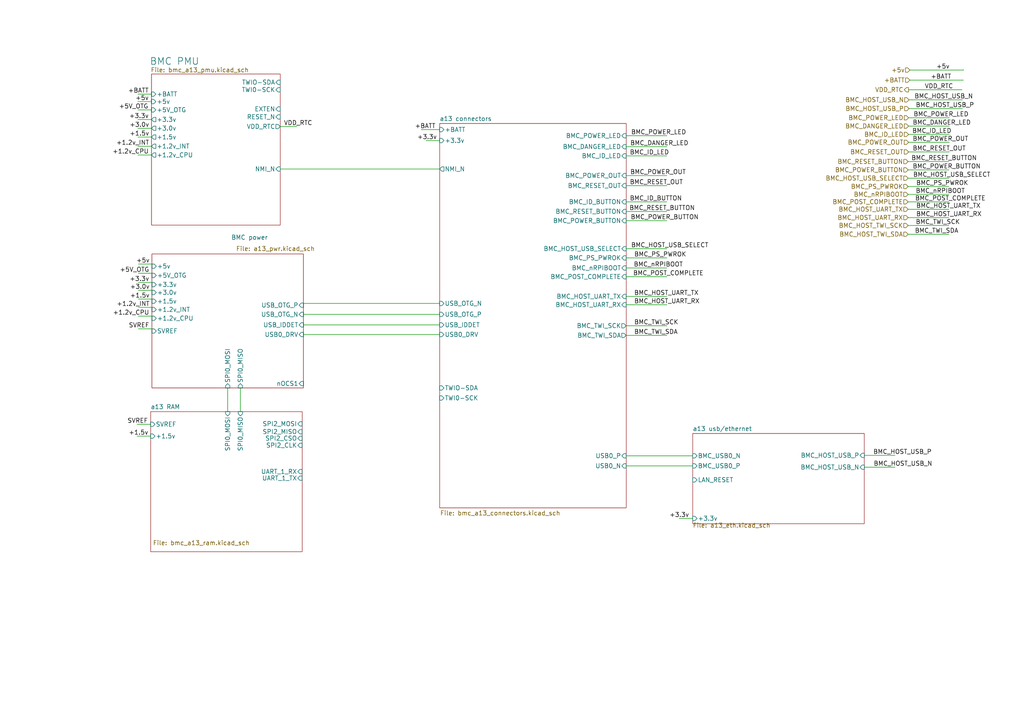
<source format=kicad_sch>
(kicad_sch (version 20210406) (generator eeschema)
  (paper "A4")
  (lib_symbols)
  (wire (pts (xy 39.751 123.063) (xy 43.688 123.063)))
  (wire (pts (xy 39.751 126.492) (xy 43.688 126.492)))
  (wire (pts (xy 40.005 27.305) (xy 43.942 27.305)))
  (wire (pts (xy 40.005 29.464) (xy 43.942 29.464)))
  (wire (pts (xy 40.005 31.877) (xy 43.942 31.877)))
  (wire (pts (xy 40.005 34.671) (xy 43.942 34.671)))
  (wire (pts (xy 40.005 37.211) (xy 43.942 37.211)))
  (wire (pts (xy 40.005 39.751) (xy 43.942 39.751)))
  (wire (pts (xy 40.005 42.418) (xy 43.942 42.418)))
  (wire (pts (xy 40.005 44.958) (xy 43.942 44.958)))
  (wire (pts (xy 40.132 76.581) (xy 44.069 76.581)))
  (wire (pts (xy 40.132 79.248) (xy 44.069 79.248)))
  (wire (pts (xy 40.132 81.915) (xy 44.069 81.915)))
  (wire (pts (xy 40.132 84.201) (xy 44.069 84.201)))
  (wire (pts (xy 40.132 86.741) (xy 44.069 86.741)))
  (wire (pts (xy 40.132 89.154) (xy 44.069 89.154)))
  (wire (pts (xy 40.132 91.694) (xy 44.069 91.694)))
  (wire (pts (xy 40.132 95.377) (xy 44.069 95.377)))
  (wire (pts (xy 66.04 112.522) (xy 66.04 119.38)))
  (wire (pts (xy 69.723 112.522) (xy 69.723 119.38)))
  (wire (pts (xy 81.28 36.703) (xy 86.106 36.703)))
  (wire (pts (xy 81.28 49.022) (xy 127.508 49.022)))
  (wire (pts (xy 88.011 88.011) (xy 127.508 88.011)))
  (wire (pts (xy 88.011 91.186) (xy 127.508 91.186)))
  (wire (pts (xy 88.011 94.234) (xy 127.508 94.234)))
  (wire (pts (xy 88.011 97.028) (xy 127.508 97.028)))
  (wire (pts (xy 122.174 37.592) (xy 127.508 37.592)))
  (wire (pts (xy 123.571 40.767) (xy 127.508 40.767)))
  (wire (pts (xy 181.61 39.37) (xy 193.421 39.37)))
  (wire (pts (xy 181.61 42.545) (xy 193.421 42.545)))
  (wire (pts (xy 181.61 45.212) (xy 193.421 45.212)))
  (wire (pts (xy 181.61 50.927) (xy 193.421 50.927)))
  (wire (pts (xy 181.61 53.848) (xy 193.421 53.848)))
  (wire (pts (xy 181.61 58.547) (xy 193.421 58.547)))
  (wire (pts (xy 181.61 61.341) (xy 193.421 61.341)))
  (wire (pts (xy 181.61 64.008) (xy 193.421 64.008)))
  (wire (pts (xy 181.61 72.136) (xy 193.421 72.136)))
  (wire (pts (xy 181.61 74.803) (xy 193.421 74.803)))
  (wire (pts (xy 181.61 77.724) (xy 193.421 77.724)))
  (wire (pts (xy 181.61 80.264) (xy 193.421 80.264)))
  (wire (pts (xy 181.61 85.979) (xy 193.421 85.979)))
  (wire (pts (xy 181.61 88.392) (xy 193.421 88.392)))
  (wire (pts (xy 181.61 94.488) (xy 193.421 94.488)))
  (wire (pts (xy 181.61 97.282) (xy 193.421 97.282)))
  (wire (pts (xy 181.61 132.207) (xy 200.914 132.207)))
  (wire (pts (xy 181.61 135.128) (xy 200.914 135.128)))
  (wire (pts (xy 196.977 150.368) (xy 200.914 150.368)))
  (wire (pts (xy 250.698 132.08) (xy 259.588 132.08)))
  (wire (pts (xy 250.698 135.509) (xy 259.588 135.509)))
  (wire (pts (xy 263.398 46.863) (xy 275.209 46.863)))
  (wire (pts (xy 263.398 49.276) (xy 275.209 49.276)))
  (wire (pts (xy 263.398 51.689) (xy 275.209 51.689)))
  (wire (pts (xy 263.398 54.102) (xy 275.209 54.102)))
  (wire (pts (xy 263.398 56.388) (xy 275.209 56.388)))
  (wire (pts (xy 263.398 58.547) (xy 275.209 58.547)))
  (wire (pts (xy 263.398 60.706) (xy 275.209 60.706)))
  (wire (pts (xy 263.398 63.119) (xy 275.209 63.119)))
  (wire (pts (xy 263.398 65.405) (xy 275.209 65.405)))
  (wire (pts (xy 263.398 67.945) (xy 275.209 67.945)))
  (wire (pts (xy 263.525 26.035) (xy 279.019 26.035)))
  (wire (pts (xy 263.525 34.163) (xy 275.336 34.163)))
  (wire (pts (xy 263.525 36.576) (xy 275.336 36.576)))
  (wire (pts (xy 263.525 38.989) (xy 275.336 38.989)))
  (wire (pts (xy 263.525 41.275) (xy 275.336 41.275)))
  (wire (pts (xy 263.525 44.069) (xy 275.336 44.069)))
  (wire (pts (xy 263.652 28.956) (xy 279.146 28.956)))
  (wire (pts (xy 263.652 31.496) (xy 279.146 31.496)))
  (wire (pts (xy 263.906 20.32) (xy 279.4 20.32)))
  (wire (pts (xy 263.906 23.241) (xy 279.4 23.241)))
  (wire (pts (xy 279.4 20.193) (xy 279.4 20.32)))
  (label "SVREF" (at 42.926 123.063 180))
  (label "+5V_OTG" (at 43.053 31.877 180))
  (label "+1.5v" (at 43.053 126.492 180))
  (label "+BATT" (at 43.18 27.305 180))
  (label "+5v" (at 43.18 29.464 180))
  (label "+3.3v" (at 43.18 34.671 180))
  (label "+1.2v_CPU" (at 43.18 44.958 180))
  (label "+3.0v" (at 43.307 37.211 180))
  (label "+1.5v" (at 43.307 39.751 180))
  (label "+1.2v_INT" (at 43.307 42.418 180))
  (label "+5V_OTG" (at 43.307 79.248 180))
  (label "+3.3v" (at 43.307 81.915 180))
  (label "+1.2v_CPU" (at 43.307 91.694 180))
  (label "SVREF" (at 43.307 95.377 180))
  (label "+5v" (at 43.434 76.581 180))
  (label "+3.0v" (at 43.434 84.201 180))
  (label "+1.5v" (at 43.434 86.741 180))
  (label "+1.2v_INT" (at 43.434 89.154 180))
  (label "VDD_RTC" (at 82.296 36.703 0))
  (label "+BATT" (at 126.365 37.592 180))
  (label "+3.3v" (at 126.746 40.767 180))
  (label "BMC_RESET_BUTTON" (at 182.499 61.341 0))
  (label "BMC_ID_LED" (at 182.626 45.212 0))
  (label "BMC_RESET_OUT" (at 182.626 53.848 0))
  (label "BMC_ID_BUTTON" (at 182.626 58.547 0))
  (label "BMC_DANGER_LED" (at 182.753 42.545 0))
  (label "BMC_POWER_OUT" (at 182.753 50.927 0))
  (label "BMC_POWER_BUTTON" (at 182.88 64.008 0))
  (label "BMC_POWER_LED" (at 183.007 39.37 0))
  (label "BMC_HOST_USB_SELECT" (at 183.007 72.136 0))
  (label "BMC_POST_COMPLETE" (at 183.5908 80.264 0))
  (label "BMC_nRPIBOOT" (at 183.769 77.724 0))
  (label "BMC_PS_PWROK" (at 183.896 74.803 0))
  (label "BMC_HOST_UART_TX" (at 183.896 85.979 0))
  (label "BMC_HOST_UART_RX" (at 183.896 88.392 0))
  (label "BMC_TWI_SCK" (at 183.896 94.488 0))
  (label "BMC_TWI_SDA" (at 183.896 97.282 0))
  (label "+3.3v" (at 199.898 150.368 180))
  (label "BMC_HOST_USB_P" (at 253.238 132.08 0))
  (label "BMC_HOST_USB_N" (at 253.365 135.509 0))
  (label "BMC_RESET_BUTTON" (at 264.287 46.863 0))
  (label "BMC_ID_LED" (at 264.541 38.989 0))
  (label "BMC_DANGER_LED" (at 264.668 36.576 0))
  (label "BMC_POWER_OUT" (at 264.668 41.275 0))
  (label "BMC_RESET_OUT" (at 264.668 44.069 0))
  (label "BMC_POWER_BUTTON" (at 264.668 49.276 0))
  (label "BMC_HOST_USB_SELECT" (at 264.795 51.689 0))
  (label "BMC_POWER_LED" (at 264.922 34.163 0))
  (label "BMC_HOST_USB_N" (at 265.176 28.956 0))
  (label "BMC_TWI_SDA" (at 265.303 67.945 0))
  (label "BMC_POST_COMPLETE" (at 265.3788 58.547 0))
  (label "BMC_HOST_USB_P" (at 265.557 31.496 0))
  (label "BMC_nRPIBOOT" (at 265.557 56.388 0))
  (label "BMC_TWI_SCK" (at 265.557 65.405 0))
  (label "BMC_PS_PWROK" (at 265.684 54.102 0))
  (label "BMC_HOST_UART_TX" (at 265.684 60.706 0))
  (label "BMC_HOST_UART_RX" (at 265.684 63.119 0))
  (label "+5v" (at 275.463 20.32 180))
  (label "+BATT" (at 275.971 23.241 180))
  (label "VDD_RTC" (at 276.479 26.035 180))
  (hierarchical_label "BMC_RESET_BUTTON" (shape input) (at 263.398 46.863 180))
  (hierarchical_label "BMC_POWER_BUTTON" (shape input) (at 263.398 49.276 180))
  (hierarchical_label "BMC_HOST_USB_SELECT" (shape input) (at 263.398 51.689 180))
  (hierarchical_label "BMC_PS_PWROK" (shape input) (at 263.398 54.102 180))
  (hierarchical_label "BMC_nRPIBOOT" (shape input) (at 263.398 56.388 180))
  (hierarchical_label "BMC_POST_COMPLETE" (shape input) (at 263.398 58.547 180))
  (hierarchical_label "BMC_HOST_UART_TX" (shape input) (at 263.398 60.706 180))
  (hierarchical_label "BMC_HOST_UART_RX" (shape input) (at 263.398 63.119 180))
  (hierarchical_label "BMC_HOST_TWI_SCK" (shape input) (at 263.398 65.405 180))
  (hierarchical_label "BMC_HOST_TWI_SDA" (shape input) (at 263.398 67.945 180))
  (hierarchical_label "VDD_RTC" (shape output) (at 263.525 26.035 180))
  (hierarchical_label "BMC_POWER_LED" (shape input) (at 263.525 34.163 180))
  (hierarchical_label "BMC_DANGER_LED" (shape input) (at 263.525 36.576 180))
  (hierarchical_label "BMC_ID_LED" (shape input) (at 263.525 38.989 180))
  (hierarchical_label "BMC_POWER_OUT" (shape input) (at 263.525 41.275 180))
  (hierarchical_label "BMC_RESET_OUT" (shape input) (at 263.525 44.069 180))
  (hierarchical_label "BMC_HOST_USB_N" (shape input) (at 263.652 28.956 180))
  (hierarchical_label "BMC_HOST_USB_P" (shape input) (at 263.652 31.496 180))
  (hierarchical_label "+5v" (shape input) (at 263.906 20.32 180))
  (hierarchical_label "+BATT" (shape input) (at 263.906 23.241 180))
  (sheet (at 43.942 21.463) (size 37.338 43.815) (stroke (width 0.0006))
    (property "Sheet name" "BMC PMU" (at 43.434 18.9223 0) (effects (font (size 2 2)) (justify left bottom)))
    (property "Sheet file" "bmc_a13_pmu.kicad_sch" (at 43.688 19.5587 0) (effects (justify left top)))
    (pin "+5v" input (at 43.942 29.464 180))
    (pin "+1.5v" output (at 43.942 39.751 180))
    (pin "+3.0v" output (at 43.942 37.211 180))
    (pin "+1.2v_INT" output (at 43.942 42.418 180))
    (pin "+3.3v" output (at 43.942 34.671 180))
    (pin "+1.2v_CPU" output (at 43.942 44.958 180))
    (pin "TWIO-SDA" input (at 81.28 23.876 0))
    (pin "TWI0-SCK" input (at 81.28 26.035 0))
    (pin "EXTEN" input (at 81.28 31.623 0))
    (pin "NMI_N" input (at 81.28 49.022 0))
    (pin "+BATT" input (at 43.942 27.305 180))
    (pin "RESET_N" input (at 81.28 33.909 0))
    (pin "VDD_RTC" output (at 81.28 36.703 0))
    (pin "+5V_OTG" input (at 43.942 31.877 180))
  )
  (sheet (at 44.069 73.66) (size 43.942 38.862) (stroke (width 0.0006))
    (property "Sheet name" "BMC power" (at 67.056 69.5953 0) (effects (justify left bottom)))
    (property "Sheet file" "a13_pwr.kicad_sch" (at 68.453 71.3747 0) (effects (justify left top)))
    (pin "SVREF" input (at 44.069 96.012 180))
    (pin "+3.3v" input (at 44.069 82.55 180))
    (pin "+1.5v" input (at 44.069 87.376 180))
    (pin "+3.0v" input (at 44.069 84.836 180))
    (pin "+1.2v_INT" input (at 44.069 89.789 180))
    (pin "+1.2v_CPU" input (at 44.069 92.329 180))
    (pin "USB_OTG_P" input (at 88.011 88.519 0))
    (pin "USB_OTG_N" input (at 88.011 91.186 0))
    (pin "USB_IDDET" input (at 88.011 94.234 0))
    (pin "+5V_OTG" input (at 44.069 79.883 180))
    (pin "+5v" input (at 44.069 77.216 180))
    (pin "nOCS1" input (at 88.011 111.252 0))
    (pin "USB0_DRV" input (at 88.011 97.028 0))
    (pin "SPI0_MISO" input (at 69.723 112.522 270))
    (pin "SPI0_MOSI" input (at 66.04 112.522 270))
  )
  (sheet (at 43.688 119.38) (size 43.942 40.64) (stroke (width 0.0006))
    (property "Sheet name" "a13 RAM" (at 43.688 118.7443 0) (effects (justify left bottom)))
    (property "Sheet file" "bmc_a13_ram.kicad_sch" (at 44.323 156.7187 0) (effects (justify left top)))
    (pin "SPI2_MOSI" input (at 87.63 122.936 0))
    (pin "SPI2_MISO" input (at 87.63 125.222 0))
    (pin "SPI2_CSO" input (at 87.63 127.127 0))
    (pin "UART_1_RX" input (at 87.63 136.779 0))
    (pin "SPI2_CLK" input (at 87.63 129.159 0))
    (pin "UART_1_TX" input (at 87.63 138.684 0))
    (pin "SPI0_MISO" input (at 69.723 119.38 90))
    (pin "SPI0_MOSI" input (at 66.04 119.38 90))
    (pin "+1.5v" input (at 43.688 126.492 180))
    (pin "SVREF" input (at 43.688 123.063 180))
  )
  (sheet (at 127.508 35.814) (size 54.102 111.506) (stroke (width 0.0006))
    (property "Sheet name" "a13 connectors" (at 127.508 35.1783 0) (effects (justify left bottom)))
    (property "Sheet file" "bmc_a13_connectors.kicad_sch" (at 127.635 148.0827 0) (effects (justify left top)))
    (pin "+BATT" input (at 127.508 37.592 180))
    (pin "+3.3v" input (at 127.508 40.767 180))
    (pin "USB0_N" input (at 181.61 135.128 0))
    (pin "BMC_HOST_USB_SELECT" input (at 181.61 72.136 0))
    (pin "BMC_POWER_LED" input (at 181.61 39.37 0))
    (pin "BMC_PS_PWROK" input (at 181.61 74.803 0))
    (pin "BMC_POWER_OUT" input (at 181.61 50.927 0))
    (pin "BMC_RESET_OUT" input (at 181.61 53.848 0))
    (pin "BMC_nRPIBOOT" input (at 181.61 77.724 0))
    (pin "BMC_ID_BUTTON" input (at 181.61 58.547 0))
    (pin "BMC_RESET_BUTTON" input (at 181.61 61.341 0))
    (pin "BMC_DANGER_LED" input (at 181.61 42.545 0))
    (pin "BMC_POWER_BUTTON" input (at 181.61 64.008 0))
    (pin "BMC_POST_COMPLETE" input (at 181.61 80.264 0))
    (pin "BMC_ID_LED" input (at 181.61 45.212 0))
    (pin "USB0_DRV" input (at 127.508 97.028 180))
    (pin "USB_IDDET" input (at 127.508 94.234 180))
    (pin "TWI0-SCK" input (at 127.508 115.443 180))
    (pin "TWIO-SDA" input (at 127.508 112.522 180))
    (pin "USB_OTG_P" input (at 127.508 91.186 180))
    (pin "USB_OTG_N" input (at 127.508 88.011 180))
    (pin "USB0_P" input (at 181.61 132.207 0))
    (pin "BMC_HOST_UART_RX" input (at 181.61 88.392 0))
    (pin "BMC_HOST_UART_TX" input (at 181.61 85.979 0))
    (pin "NMI_N" output (at 127.508 49.022 180))
    (pin "BMC_TWI_SDA" output (at 181.61 97.282 0))
    (pin "BMC_TWI_SCK" output (at 181.61 94.488 0))
  )
  (sheet (at 200.914 125.73) (size 49.784 26.162) (stroke (width 0.0006))
    (property "Sheet name" "a13 usb/ethernet" (at 200.914 125.0943 0) (effects (justify left bottom)))
    (property "Sheet file" "a13_eth.kicad_sch" (at 200.914 151.6387 0) (effects (justify left top)))
    (pin "+3.3v" input (at 200.914 150.368 180))
    (pin "BMC_USB0_P" input (at 200.914 135.128 180))
    (pin "BMC_USB0_N" input (at 200.914 132.207 180))
    (pin "LAN_RESET" input (at 200.914 139.192 180))
    (pin "BMC_HOST_USB_P" input (at 250.698 132.08 0))
    (pin "BMC_HOST_USB_N" input (at 250.698 135.509 0))
  )
)
</source>
